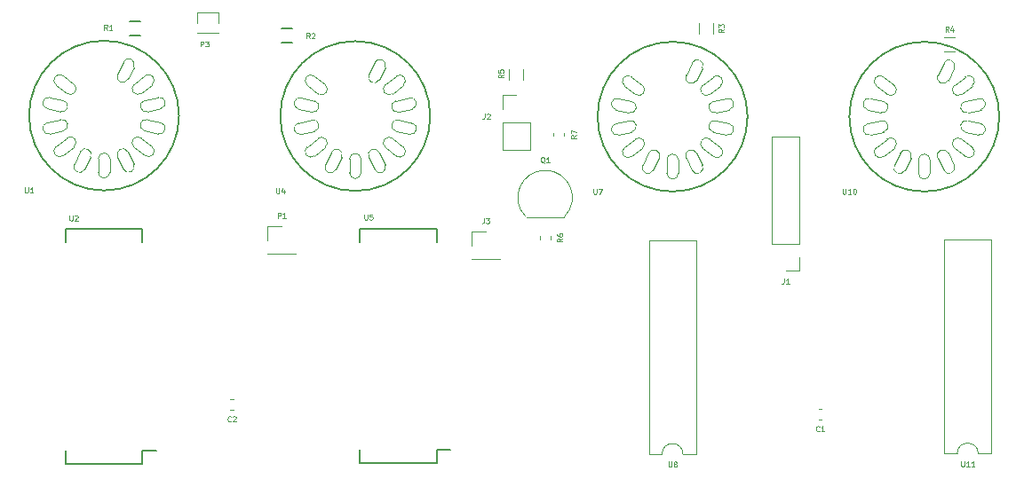
<source format=gto>
G04 #@! TF.GenerationSoftware,KiCad,Pcbnew,5.1.5*
G04 #@! TF.CreationDate,2020-03-31T14:32:58+02:00*
G04 #@! TF.ProjectId,nixie_2_digit_board,6e697869-655f-4325-9f64-696769745f62,rev?*
G04 #@! TF.SameCoordinates,Original*
G04 #@! TF.FileFunction,Legend,Top*
G04 #@! TF.FilePolarity,Positive*
%FSLAX46Y46*%
G04 Gerber Fmt 4.6, Leading zero omitted, Abs format (unit mm)*
G04 Created by KiCad (PCBNEW 5.1.5) date 2020-03-31 14:32:58*
%MOMM*%
%LPD*%
G04 APERTURE LIST*
%ADD10C,0.150000*%
%ADD11C,0.120000*%
%ADD12C,0.100000*%
%ADD13C,0.125000*%
G04 APERTURE END LIST*
D10*
X154065000Y-108075000D02*
X154065000Y-106805000D01*
X146715000Y-108075000D02*
X146715000Y-106805000D01*
X146715000Y-85705000D02*
X146715000Y-86975000D01*
X154065000Y-85705000D02*
X154065000Y-86975000D01*
X154065000Y-108075000D02*
X146715000Y-108075000D01*
X154065000Y-85705000D02*
X146715000Y-85705000D01*
X154065000Y-106805000D02*
X155350000Y-106805000D01*
X140250000Y-67925000D02*
X139250000Y-67925000D01*
X139250000Y-66575000D02*
X140250000Y-66575000D01*
X153397500Y-74939664D02*
G75*
G03X153397500Y-74939664I-7147500J0D01*
G01*
D11*
X160280000Y-78140000D02*
X162940000Y-78140000D01*
X160280000Y-75540000D02*
X160280000Y-78140000D01*
X162940000Y-75540000D02*
X162940000Y-78140000D01*
X160280000Y-75540000D02*
X162940000Y-75540000D01*
X160280000Y-74270000D02*
X160280000Y-72940000D01*
X160280000Y-72940000D02*
X161610000Y-72940000D01*
D10*
X129447500Y-74900000D02*
G75*
G03X129447500Y-74900000I-7147500J0D01*
G01*
X124750000Y-65875000D02*
X125750000Y-65875000D01*
X125750000Y-67225000D02*
X124750000Y-67225000D01*
X125965000Y-108115000D02*
X125965000Y-106845000D01*
X118615000Y-108115000D02*
X118615000Y-106845000D01*
X118615000Y-85745000D02*
X118615000Y-87015000D01*
X125965000Y-85745000D02*
X125965000Y-87015000D01*
X125965000Y-108115000D02*
X118615000Y-108115000D01*
X125965000Y-85745000D02*
X118615000Y-85745000D01*
X125965000Y-106845000D02*
X127250000Y-106845000D01*
D12*
X133220000Y-65030000D02*
X133220000Y-66030000D01*
X131220000Y-66030000D02*
X131220000Y-65030000D01*
X131220000Y-65030000D02*
X133220000Y-65030000D01*
X131220000Y-67030000D02*
X133220000Y-67030000D01*
D11*
X179040000Y-67070000D02*
X179040000Y-66070000D01*
X180400000Y-66070000D02*
X180400000Y-67070000D01*
X203400000Y-68780000D02*
X202400000Y-68780000D01*
X202400000Y-67420000D02*
X203400000Y-67420000D01*
D10*
X183647500Y-75000000D02*
G75*
G03X183647500Y-75000000I-7147500J0D01*
G01*
D11*
X175490000Y-107210000D02*
G75*
G02X177490000Y-107210000I1000000J0D01*
G01*
X177490000Y-107210000D02*
X178740000Y-107210000D01*
X178740000Y-107210000D02*
X178740000Y-86770000D01*
X178740000Y-86770000D02*
X174240000Y-86770000D01*
X174240000Y-86770000D02*
X174240000Y-107210000D01*
X174240000Y-107210000D02*
X175490000Y-107210000D01*
D10*
X207647500Y-75000000D02*
G75*
G03X207647500Y-75000000I-7147500J0D01*
G01*
D11*
X203640000Y-107160000D02*
G75*
G02X205640000Y-107160000I1000000J0D01*
G01*
X205640000Y-107160000D02*
X206890000Y-107160000D01*
X206890000Y-107160000D02*
X206890000Y-86720000D01*
X206890000Y-86720000D02*
X202390000Y-86720000D01*
X202390000Y-86720000D02*
X202390000Y-107160000D01*
X202390000Y-107160000D02*
X203640000Y-107160000D01*
X137910000Y-88100000D02*
X140570000Y-88100000D01*
X137910000Y-88040000D02*
X137910000Y-88100000D01*
X140570000Y-88040000D02*
X140570000Y-88100000D01*
X137910000Y-88040000D02*
X140570000Y-88040000D01*
X137910000Y-86770000D02*
X137910000Y-85440000D01*
X137910000Y-85440000D02*
X139240000Y-85440000D01*
X188610000Y-76910000D02*
X185950000Y-76910000D01*
X188610000Y-87130000D02*
X188610000Y-76910000D01*
X185950000Y-87130000D02*
X185950000Y-76910000D01*
X188610000Y-87130000D02*
X185950000Y-87130000D01*
X188610000Y-88400000D02*
X188610000Y-89730000D01*
X188610000Y-89730000D02*
X187280000Y-89730000D01*
X160920000Y-71500000D02*
X160920000Y-70500000D01*
X162280000Y-70500000D02*
X162280000Y-71500000D01*
X190735279Y-103880000D02*
X190409721Y-103880000D01*
X190735279Y-102860000D02*
X190409721Y-102860000D01*
X134632779Y-101930000D02*
X134307221Y-101930000D01*
X134632779Y-102950000D02*
X134307221Y-102950000D01*
X157360000Y-88610000D02*
X160020000Y-88610000D01*
X157360000Y-88550000D02*
X157360000Y-88610000D01*
X160020000Y-88550000D02*
X160020000Y-88610000D01*
X157360000Y-88550000D02*
X160020000Y-88550000D01*
X157360000Y-87280000D02*
X157360000Y-85950000D01*
X157360000Y-85950000D02*
X158690000Y-85950000D01*
X162550000Y-84570000D02*
X166150000Y-84570000D01*
X162511522Y-84558478D02*
G75*
G02X164350000Y-80120000I1838478J1838478D01*
G01*
X166188478Y-84558478D02*
G75*
G03X164350000Y-80120000I-1838478J1838478D01*
G01*
X164850000Y-86377221D02*
X164850000Y-86702779D01*
X163830000Y-86377221D02*
X163830000Y-86702779D01*
X165130000Y-76527221D02*
X165130000Y-76852779D01*
X166150000Y-76527221D02*
X166150000Y-76852779D01*
D12*
X143375698Y-71943981D02*
X142359321Y-71133439D01*
X142689855Y-72803993D02*
X141673478Y-71993451D01*
X142359322Y-71133439D02*
G75*
G03X141673478Y-71993451I-342922J-430006D01*
G01*
X142689854Y-72803993D02*
G75*
G03X143375698Y-71943981I342922J430006D01*
G01*
X142360566Y-73487760D02*
X141093161Y-73198476D01*
X142115787Y-74560180D02*
X140848382Y-74270896D01*
X141093161Y-73198476D02*
G75*
G03X140848383Y-74270896I-122389J-536210D01*
G01*
X142115787Y-74560180D02*
G75*
G03X142360565Y-73487760I122389J536210D01*
G01*
X142115783Y-75319108D02*
X140848375Y-75608378D01*
X142360551Y-76391530D02*
X141093143Y-76680800D01*
X140848375Y-75608378D02*
G75*
G03X141093143Y-76680800I122384J-536211D01*
G01*
X142360551Y-76391530D02*
G75*
G03X142115783Y-75319108I-122384J536211D01*
G01*
X142689833Y-77075299D02*
X141673448Y-77885831D01*
X143375668Y-77935317D02*
X142359283Y-78745849D01*
X141673449Y-77885831D02*
G75*
G03X142359283Y-78745849I342917J-430009D01*
G01*
X143375667Y-77935317D02*
G75*
G03X142689833Y-77075299I-342917J430009D01*
G01*
X143969019Y-78408503D02*
X143404964Y-79579760D01*
X144960082Y-78885780D02*
X144396027Y-80057037D01*
X143404964Y-79579759D02*
G75*
G03X144396028Y-80057037I495532J-238639D01*
G01*
X144960082Y-78885781D02*
G75*
G03X143969018Y-78408503I-495532J238639D01*
G01*
X145699979Y-79054661D02*
X145699973Y-80354661D01*
X146799979Y-79054667D02*
X146799973Y-80354667D01*
X145699973Y-80354661D02*
G75*
G03X146799973Y-80354667I550000J-3D01*
G01*
X146799979Y-79054667D02*
G75*
G03X145699979Y-79054661I-550000J3D01*
G01*
X147539879Y-78885793D02*
X148103922Y-80057056D01*
X148530948Y-78408526D02*
X149094991Y-79579789D01*
X148103923Y-80057056D02*
G75*
G03X149094991Y-79579788I495534J238634D01*
G01*
X148530947Y-78408526D02*
G75*
G03X147539879Y-78885794I-495534J-238634D01*
G01*
X149124302Y-77935347D02*
X150140679Y-78745889D01*
X149810145Y-77075335D02*
X150826522Y-77885877D01*
X150140678Y-78745889D02*
G75*
G03X150826522Y-77885877I342922J430006D01*
G01*
X149810146Y-77075335D02*
G75*
G03X149124302Y-77935347I-342922J-430006D01*
G01*
X150139434Y-76391568D02*
X151406839Y-76680852D01*
X150384213Y-75319148D02*
X151651618Y-75608432D01*
X151406839Y-76680852D02*
G75*
G03X151651617Y-75608432I122389J536210D01*
G01*
X150384213Y-75319148D02*
G75*
G03X150139435Y-76391568I-122389J-536210D01*
G01*
X150384217Y-74560220D02*
X151651625Y-74270950D01*
X150139449Y-73487798D02*
X151406857Y-73198528D01*
X151651625Y-74270950D02*
G75*
G03X151406857Y-73198528I-122384J536211D01*
G01*
X150139449Y-73487798D02*
G75*
G03X150384217Y-74560220I122384J-536211D01*
G01*
X149810167Y-72804029D02*
X150826552Y-71993497D01*
X149124332Y-71944011D02*
X150140717Y-71133479D01*
X150826551Y-71993497D02*
G75*
G03X150140717Y-71133479I-342917J430009D01*
G01*
X149124333Y-71944011D02*
G75*
G03X149810167Y-72804029I342917J-430009D01*
G01*
X148530981Y-71470825D02*
X149095036Y-70299568D01*
X147539918Y-70993548D02*
X148103973Y-69822291D01*
X149095036Y-70299569D02*
G75*
G03X148103972Y-69822291I-495532J238639D01*
G01*
X147539918Y-70993547D02*
G75*
G03X148530982Y-71470825I495532J-238639D01*
G01*
X119425698Y-71904317D02*
X118409321Y-71093775D01*
X118739855Y-72764329D02*
X117723478Y-71953787D01*
X118409322Y-71093775D02*
G75*
G03X117723478Y-71953787I-342922J-430006D01*
G01*
X118739854Y-72764329D02*
G75*
G03X119425698Y-71904317I342922J430006D01*
G01*
X118410566Y-73448096D02*
X117143161Y-73158812D01*
X118165787Y-74520516D02*
X116898382Y-74231232D01*
X117143161Y-73158812D02*
G75*
G03X116898383Y-74231232I-122389J-536210D01*
G01*
X118165787Y-74520516D02*
G75*
G03X118410565Y-73448096I122389J536210D01*
G01*
X118165783Y-75279444D02*
X116898375Y-75568714D01*
X118410551Y-76351866D02*
X117143143Y-76641136D01*
X116898375Y-75568714D02*
G75*
G03X117143143Y-76641136I122384J-536211D01*
G01*
X118410551Y-76351866D02*
G75*
G03X118165783Y-75279444I-122384J536211D01*
G01*
X118739833Y-77035635D02*
X117723448Y-77846167D01*
X119425668Y-77895653D02*
X118409283Y-78706185D01*
X117723449Y-77846167D02*
G75*
G03X118409283Y-78706185I342917J-430009D01*
G01*
X119425667Y-77895653D02*
G75*
G03X118739833Y-77035635I-342917J430009D01*
G01*
X120019019Y-78368839D02*
X119454964Y-79540096D01*
X121010082Y-78846116D02*
X120446027Y-80017373D01*
X119454964Y-79540095D02*
G75*
G03X120446028Y-80017373I495532J-238639D01*
G01*
X121010082Y-78846117D02*
G75*
G03X120019018Y-78368839I-495532J238639D01*
G01*
X121749979Y-79014997D02*
X121749973Y-80314997D01*
X122849979Y-79015003D02*
X122849973Y-80315003D01*
X121749973Y-80314997D02*
G75*
G03X122849973Y-80315003I550000J-3D01*
G01*
X122849979Y-79015003D02*
G75*
G03X121749979Y-79014997I-550000J3D01*
G01*
X123589879Y-78846129D02*
X124153922Y-80017392D01*
X124580948Y-78368862D02*
X125144991Y-79540125D01*
X124153923Y-80017392D02*
G75*
G03X125144991Y-79540124I495534J238634D01*
G01*
X124580947Y-78368862D02*
G75*
G03X123589879Y-78846130I-495534J-238634D01*
G01*
X125174302Y-77895683D02*
X126190679Y-78706225D01*
X125860145Y-77035671D02*
X126876522Y-77846213D01*
X126190678Y-78706225D02*
G75*
G03X126876522Y-77846213I342922J430006D01*
G01*
X125860146Y-77035671D02*
G75*
G03X125174302Y-77895683I-342922J-430006D01*
G01*
X126189434Y-76351904D02*
X127456839Y-76641188D01*
X126434213Y-75279484D02*
X127701618Y-75568768D01*
X127456839Y-76641188D02*
G75*
G03X127701617Y-75568768I122389J536210D01*
G01*
X126434213Y-75279484D02*
G75*
G03X126189435Y-76351904I-122389J-536210D01*
G01*
X126434217Y-74520556D02*
X127701625Y-74231286D01*
X126189449Y-73448134D02*
X127456857Y-73158864D01*
X127701625Y-74231286D02*
G75*
G03X127456857Y-73158864I-122384J536211D01*
G01*
X126189449Y-73448134D02*
G75*
G03X126434217Y-74520556I122384J-536211D01*
G01*
X125860167Y-72764365D02*
X126876552Y-71953833D01*
X125174332Y-71904347D02*
X126190717Y-71093815D01*
X126876551Y-71953833D02*
G75*
G03X126190717Y-71093815I-342917J430009D01*
G01*
X125174333Y-71904347D02*
G75*
G03X125860167Y-72764365I342917J-430009D01*
G01*
X124580981Y-71431161D02*
X125145036Y-70259904D01*
X123589918Y-70953884D02*
X124153973Y-69782627D01*
X125145036Y-70259905D02*
G75*
G03X124153972Y-69782627I-495532J238639D01*
G01*
X123589918Y-70953883D02*
G75*
G03X124580982Y-71431161I495532J-238639D01*
G01*
X173625698Y-72004317D02*
X172609321Y-71193775D01*
X172939855Y-72864329D02*
X171923478Y-72053787D01*
X172609322Y-71193775D02*
G75*
G03X171923478Y-72053787I-342922J-430006D01*
G01*
X172939854Y-72864329D02*
G75*
G03X173625698Y-72004317I342922J430006D01*
G01*
X172610566Y-73548096D02*
X171343161Y-73258812D01*
X172365787Y-74620516D02*
X171098382Y-74331232D01*
X171343161Y-73258812D02*
G75*
G03X171098383Y-74331232I-122389J-536210D01*
G01*
X172365787Y-74620516D02*
G75*
G03X172610565Y-73548096I122389J536210D01*
G01*
X172365783Y-75379444D02*
X171098375Y-75668714D01*
X172610551Y-76451866D02*
X171343143Y-76741136D01*
X171098375Y-75668714D02*
G75*
G03X171343143Y-76741136I122384J-536211D01*
G01*
X172610551Y-76451866D02*
G75*
G03X172365783Y-75379444I-122384J536211D01*
G01*
X172939833Y-77135635D02*
X171923448Y-77946167D01*
X173625668Y-77995653D02*
X172609283Y-78806185D01*
X171923449Y-77946167D02*
G75*
G03X172609283Y-78806185I342917J-430009D01*
G01*
X173625667Y-77995653D02*
G75*
G03X172939833Y-77135635I-342917J430009D01*
G01*
X174219019Y-78468839D02*
X173654964Y-79640096D01*
X175210082Y-78946116D02*
X174646027Y-80117373D01*
X173654964Y-79640095D02*
G75*
G03X174646028Y-80117373I495532J-238639D01*
G01*
X175210082Y-78946117D02*
G75*
G03X174219018Y-78468839I-495532J238639D01*
G01*
X175949979Y-79114997D02*
X175949973Y-80414997D01*
X177049979Y-79115003D02*
X177049973Y-80415003D01*
X175949973Y-80414997D02*
G75*
G03X177049973Y-80415003I550000J-3D01*
G01*
X177049979Y-79115003D02*
G75*
G03X175949979Y-79114997I-550000J3D01*
G01*
X177789879Y-78946129D02*
X178353922Y-80117392D01*
X178780948Y-78468862D02*
X179344991Y-79640125D01*
X178353923Y-80117392D02*
G75*
G03X179344991Y-79640124I495534J238634D01*
G01*
X178780947Y-78468862D02*
G75*
G03X177789879Y-78946130I-495534J-238634D01*
G01*
X179374302Y-77995683D02*
X180390679Y-78806225D01*
X180060145Y-77135671D02*
X181076522Y-77946213D01*
X180390678Y-78806225D02*
G75*
G03X181076522Y-77946213I342922J430006D01*
G01*
X180060146Y-77135671D02*
G75*
G03X179374302Y-77995683I-342922J-430006D01*
G01*
X180389434Y-76451904D02*
X181656839Y-76741188D01*
X180634213Y-75379484D02*
X181901618Y-75668768D01*
X181656839Y-76741188D02*
G75*
G03X181901617Y-75668768I122389J536210D01*
G01*
X180634213Y-75379484D02*
G75*
G03X180389435Y-76451904I-122389J-536210D01*
G01*
X180634217Y-74620556D02*
X181901625Y-74331286D01*
X180389449Y-73548134D02*
X181656857Y-73258864D01*
X181901625Y-74331286D02*
G75*
G03X181656857Y-73258864I-122384J536211D01*
G01*
X180389449Y-73548134D02*
G75*
G03X180634217Y-74620556I122384J-536211D01*
G01*
X180060167Y-72864365D02*
X181076552Y-72053833D01*
X179374332Y-72004347D02*
X180390717Y-71193815D01*
X181076551Y-72053833D02*
G75*
G03X180390717Y-71193815I-342917J430009D01*
G01*
X179374333Y-72004347D02*
G75*
G03X180060167Y-72864365I342917J-430009D01*
G01*
X178780981Y-71531161D02*
X179345036Y-70359904D01*
X177789918Y-71053884D02*
X178353973Y-69882627D01*
X179345036Y-70359905D02*
G75*
G03X178353972Y-69882627I-495532J238639D01*
G01*
X177789918Y-71053883D02*
G75*
G03X178780982Y-71531161I495532J-238639D01*
G01*
X197625698Y-72004317D02*
X196609321Y-71193775D01*
X196939855Y-72864329D02*
X195923478Y-72053787D01*
X196609322Y-71193775D02*
G75*
G03X195923478Y-72053787I-342922J-430006D01*
G01*
X196939854Y-72864329D02*
G75*
G03X197625698Y-72004317I342922J430006D01*
G01*
X196610566Y-73548096D02*
X195343161Y-73258812D01*
X196365787Y-74620516D02*
X195098382Y-74331232D01*
X195343161Y-73258812D02*
G75*
G03X195098383Y-74331232I-122389J-536210D01*
G01*
X196365787Y-74620516D02*
G75*
G03X196610565Y-73548096I122389J536210D01*
G01*
X196365783Y-75379444D02*
X195098375Y-75668714D01*
X196610551Y-76451866D02*
X195343143Y-76741136D01*
X195098375Y-75668714D02*
G75*
G03X195343143Y-76741136I122384J-536211D01*
G01*
X196610551Y-76451866D02*
G75*
G03X196365783Y-75379444I-122384J536211D01*
G01*
X196939833Y-77135635D02*
X195923448Y-77946167D01*
X197625668Y-77995653D02*
X196609283Y-78806185D01*
X195923449Y-77946167D02*
G75*
G03X196609283Y-78806185I342917J-430009D01*
G01*
X197625667Y-77995653D02*
G75*
G03X196939833Y-77135635I-342917J430009D01*
G01*
X198219019Y-78468839D02*
X197654964Y-79640096D01*
X199210082Y-78946116D02*
X198646027Y-80117373D01*
X197654964Y-79640095D02*
G75*
G03X198646028Y-80117373I495532J-238639D01*
G01*
X199210082Y-78946117D02*
G75*
G03X198219018Y-78468839I-495532J238639D01*
G01*
X199949979Y-79114997D02*
X199949973Y-80414997D01*
X201049979Y-79115003D02*
X201049973Y-80415003D01*
X199949973Y-80414997D02*
G75*
G03X201049973Y-80415003I550000J-3D01*
G01*
X201049979Y-79115003D02*
G75*
G03X199949979Y-79114997I-550000J3D01*
G01*
X201789879Y-78946129D02*
X202353922Y-80117392D01*
X202780948Y-78468862D02*
X203344991Y-79640125D01*
X202353923Y-80117392D02*
G75*
G03X203344991Y-79640124I495534J238634D01*
G01*
X202780947Y-78468862D02*
G75*
G03X201789879Y-78946130I-495534J-238634D01*
G01*
X203374302Y-77995683D02*
X204390679Y-78806225D01*
X204060145Y-77135671D02*
X205076522Y-77946213D01*
X204390678Y-78806225D02*
G75*
G03X205076522Y-77946213I342922J430006D01*
G01*
X204060146Y-77135671D02*
G75*
G03X203374302Y-77995683I-342922J-430006D01*
G01*
X204389434Y-76451904D02*
X205656839Y-76741188D01*
X204634213Y-75379484D02*
X205901618Y-75668768D01*
X205656839Y-76741188D02*
G75*
G03X205901617Y-75668768I122389J536210D01*
G01*
X204634213Y-75379484D02*
G75*
G03X204389435Y-76451904I-122389J-536210D01*
G01*
X204634217Y-74620556D02*
X205901625Y-74331286D01*
X204389449Y-73548134D02*
X205656857Y-73258864D01*
X205901625Y-74331286D02*
G75*
G03X205656857Y-73258864I-122384J536211D01*
G01*
X204389449Y-73548134D02*
G75*
G03X204634217Y-74620556I122384J-536211D01*
G01*
X204060167Y-72864365D02*
X205076552Y-72053833D01*
X203374332Y-72004347D02*
X204390717Y-71193815D01*
X205076551Y-72053833D02*
G75*
G03X204390717Y-71193815I-342917J430009D01*
G01*
X203374333Y-72004347D02*
G75*
G03X204060167Y-72864365I342917J-430009D01*
G01*
X202780981Y-71531161D02*
X203345036Y-70359904D01*
X201789918Y-71053884D02*
X202353973Y-69882627D01*
X203345036Y-70359905D02*
G75*
G03X202353972Y-69882627I-495532J238639D01*
G01*
X201789918Y-71053883D02*
G75*
G03X202780982Y-71531161I495532J-238639D01*
G01*
D13*
X147119047Y-84326190D02*
X147119047Y-84730952D01*
X147142857Y-84778571D01*
X147166666Y-84802380D01*
X147214285Y-84826190D01*
X147309523Y-84826190D01*
X147357142Y-84802380D01*
X147380952Y-84778571D01*
X147404761Y-84730952D01*
X147404761Y-84326190D01*
X147880952Y-84326190D02*
X147642857Y-84326190D01*
X147619047Y-84564285D01*
X147642857Y-84540476D01*
X147690476Y-84516666D01*
X147809523Y-84516666D01*
X147857142Y-84540476D01*
X147880952Y-84564285D01*
X147904761Y-84611904D01*
X147904761Y-84730952D01*
X147880952Y-84778571D01*
X147857142Y-84802380D01*
X147809523Y-84826190D01*
X147690476Y-84826190D01*
X147642857Y-84802380D01*
X147619047Y-84778571D01*
X141916666Y-67526190D02*
X141750000Y-67288095D01*
X141630952Y-67526190D02*
X141630952Y-67026190D01*
X141821428Y-67026190D01*
X141869047Y-67050000D01*
X141892857Y-67073809D01*
X141916666Y-67121428D01*
X141916666Y-67192857D01*
X141892857Y-67240476D01*
X141869047Y-67264285D01*
X141821428Y-67288095D01*
X141630952Y-67288095D01*
X142107142Y-67073809D02*
X142130952Y-67050000D01*
X142178571Y-67026190D01*
X142297619Y-67026190D01*
X142345238Y-67050000D01*
X142369047Y-67073809D01*
X142392857Y-67121428D01*
X142392857Y-67169047D01*
X142369047Y-67240476D01*
X142083333Y-67526190D01*
X142392857Y-67526190D01*
X138721547Y-81813354D02*
X138721547Y-82218116D01*
X138745357Y-82265735D01*
X138769166Y-82289544D01*
X138816785Y-82313354D01*
X138912023Y-82313354D01*
X138959642Y-82289544D01*
X138983452Y-82265735D01*
X139007261Y-82218116D01*
X139007261Y-81813354D01*
X139459642Y-81980021D02*
X139459642Y-82313354D01*
X139340595Y-81789544D02*
X139221547Y-82146687D01*
X139531071Y-82146687D01*
X158583333Y-74726190D02*
X158583333Y-75083333D01*
X158559523Y-75154761D01*
X158511904Y-75202380D01*
X158440476Y-75226190D01*
X158392857Y-75226190D01*
X158797619Y-74773809D02*
X158821428Y-74750000D01*
X158869047Y-74726190D01*
X158988095Y-74726190D01*
X159035714Y-74750000D01*
X159059523Y-74773809D01*
X159083333Y-74821428D01*
X159083333Y-74869047D01*
X159059523Y-74940476D01*
X158773809Y-75226190D01*
X159083333Y-75226190D01*
X114771547Y-81773690D02*
X114771547Y-82178452D01*
X114795357Y-82226071D01*
X114819166Y-82249880D01*
X114866785Y-82273690D01*
X114962023Y-82273690D01*
X115009642Y-82249880D01*
X115033452Y-82226071D01*
X115057261Y-82178452D01*
X115057261Y-81773690D01*
X115557261Y-82273690D02*
X115271547Y-82273690D01*
X115414404Y-82273690D02*
X115414404Y-81773690D01*
X115366785Y-81845119D01*
X115319166Y-81892738D01*
X115271547Y-81916547D01*
X122616666Y-66726190D02*
X122450000Y-66488095D01*
X122330952Y-66726190D02*
X122330952Y-66226190D01*
X122521428Y-66226190D01*
X122569047Y-66250000D01*
X122592857Y-66273809D01*
X122616666Y-66321428D01*
X122616666Y-66392857D01*
X122592857Y-66440476D01*
X122569047Y-66464285D01*
X122521428Y-66488095D01*
X122330952Y-66488095D01*
X123092857Y-66726190D02*
X122807142Y-66726190D01*
X122950000Y-66726190D02*
X122950000Y-66226190D01*
X122902380Y-66297619D01*
X122854761Y-66345238D01*
X122807142Y-66369047D01*
X119019047Y-84426190D02*
X119019047Y-84830952D01*
X119042857Y-84878571D01*
X119066666Y-84902380D01*
X119114285Y-84926190D01*
X119209523Y-84926190D01*
X119257142Y-84902380D01*
X119280952Y-84878571D01*
X119304761Y-84830952D01*
X119304761Y-84426190D01*
X119519047Y-84473809D02*
X119542857Y-84450000D01*
X119590476Y-84426190D01*
X119709523Y-84426190D01*
X119757142Y-84450000D01*
X119780952Y-84473809D01*
X119804761Y-84521428D01*
X119804761Y-84569047D01*
X119780952Y-84640476D01*
X119495238Y-84926190D01*
X119804761Y-84926190D01*
X131510952Y-68306190D02*
X131510952Y-67806190D01*
X131701428Y-67806190D01*
X131749047Y-67830000D01*
X131772857Y-67853809D01*
X131796666Y-67901428D01*
X131796666Y-67972857D01*
X131772857Y-68020476D01*
X131749047Y-68044285D01*
X131701428Y-68068095D01*
X131510952Y-68068095D01*
X131963333Y-67806190D02*
X132272857Y-67806190D01*
X132106190Y-67996666D01*
X132177619Y-67996666D01*
X132225238Y-68020476D01*
X132249047Y-68044285D01*
X132272857Y-68091904D01*
X132272857Y-68210952D01*
X132249047Y-68258571D01*
X132225238Y-68282380D01*
X132177619Y-68306190D01*
X132034761Y-68306190D01*
X131987142Y-68282380D01*
X131963333Y-68258571D01*
X181396190Y-66653333D02*
X181158095Y-66820000D01*
X181396190Y-66939047D02*
X180896190Y-66939047D01*
X180896190Y-66748571D01*
X180920000Y-66700952D01*
X180943809Y-66677142D01*
X180991428Y-66653333D01*
X181062857Y-66653333D01*
X181110476Y-66677142D01*
X181134285Y-66700952D01*
X181158095Y-66748571D01*
X181158095Y-66939047D01*
X180896190Y-66486666D02*
X180896190Y-66177142D01*
X181086666Y-66343809D01*
X181086666Y-66272380D01*
X181110476Y-66224761D01*
X181134285Y-66200952D01*
X181181904Y-66177142D01*
X181300952Y-66177142D01*
X181348571Y-66200952D01*
X181372380Y-66224761D01*
X181396190Y-66272380D01*
X181396190Y-66415238D01*
X181372380Y-66462857D01*
X181348571Y-66486666D01*
X202816666Y-66876190D02*
X202650000Y-66638095D01*
X202530952Y-66876190D02*
X202530952Y-66376190D01*
X202721428Y-66376190D01*
X202769047Y-66400000D01*
X202792857Y-66423809D01*
X202816666Y-66471428D01*
X202816666Y-66542857D01*
X202792857Y-66590476D01*
X202769047Y-66614285D01*
X202721428Y-66638095D01*
X202530952Y-66638095D01*
X203245238Y-66542857D02*
X203245238Y-66876190D01*
X203126190Y-66352380D02*
X203007142Y-66709523D01*
X203316666Y-66709523D01*
X168971547Y-81873690D02*
X168971547Y-82278452D01*
X168995357Y-82326071D01*
X169019166Y-82349880D01*
X169066785Y-82373690D01*
X169162023Y-82373690D01*
X169209642Y-82349880D01*
X169233452Y-82326071D01*
X169257261Y-82278452D01*
X169257261Y-81873690D01*
X169447738Y-81873690D02*
X169781071Y-81873690D01*
X169566785Y-82373690D01*
X176109047Y-107936190D02*
X176109047Y-108340952D01*
X176132857Y-108388571D01*
X176156666Y-108412380D01*
X176204285Y-108436190D01*
X176299523Y-108436190D01*
X176347142Y-108412380D01*
X176370952Y-108388571D01*
X176394761Y-108340952D01*
X176394761Y-107936190D01*
X176704285Y-108150476D02*
X176656666Y-108126666D01*
X176632857Y-108102857D01*
X176609047Y-108055238D01*
X176609047Y-108031428D01*
X176632857Y-107983809D01*
X176656666Y-107960000D01*
X176704285Y-107936190D01*
X176799523Y-107936190D01*
X176847142Y-107960000D01*
X176870952Y-107983809D01*
X176894761Y-108031428D01*
X176894761Y-108055238D01*
X176870952Y-108102857D01*
X176847142Y-108126666D01*
X176799523Y-108150476D01*
X176704285Y-108150476D01*
X176656666Y-108174285D01*
X176632857Y-108198095D01*
X176609047Y-108245714D01*
X176609047Y-108340952D01*
X176632857Y-108388571D01*
X176656666Y-108412380D01*
X176704285Y-108436190D01*
X176799523Y-108436190D01*
X176847142Y-108412380D01*
X176870952Y-108388571D01*
X176894761Y-108340952D01*
X176894761Y-108245714D01*
X176870952Y-108198095D01*
X176847142Y-108174285D01*
X176799523Y-108150476D01*
X192733452Y-81873690D02*
X192733452Y-82278452D01*
X192757261Y-82326071D01*
X192781071Y-82349880D01*
X192828690Y-82373690D01*
X192923928Y-82373690D01*
X192971547Y-82349880D01*
X192995357Y-82326071D01*
X193019166Y-82278452D01*
X193019166Y-81873690D01*
X193519166Y-82373690D02*
X193233452Y-82373690D01*
X193376309Y-82373690D02*
X193376309Y-81873690D01*
X193328690Y-81945119D01*
X193281071Y-81992738D01*
X193233452Y-82016547D01*
X193828690Y-81873690D02*
X193876309Y-81873690D01*
X193923928Y-81897500D01*
X193947738Y-81921309D01*
X193971547Y-81968928D01*
X193995357Y-82064166D01*
X193995357Y-82183214D01*
X193971547Y-82278452D01*
X193947738Y-82326071D01*
X193923928Y-82349880D01*
X193876309Y-82373690D01*
X193828690Y-82373690D01*
X193781071Y-82349880D01*
X193757261Y-82326071D01*
X193733452Y-82278452D01*
X193709642Y-82183214D01*
X193709642Y-82064166D01*
X193733452Y-81968928D01*
X193757261Y-81921309D01*
X193781071Y-81897500D01*
X193828690Y-81873690D01*
X204020952Y-107886190D02*
X204020952Y-108290952D01*
X204044761Y-108338571D01*
X204068571Y-108362380D01*
X204116190Y-108386190D01*
X204211428Y-108386190D01*
X204259047Y-108362380D01*
X204282857Y-108338571D01*
X204306666Y-108290952D01*
X204306666Y-107886190D01*
X204806666Y-108386190D02*
X204520952Y-108386190D01*
X204663809Y-108386190D02*
X204663809Y-107886190D01*
X204616190Y-107957619D01*
X204568571Y-108005238D01*
X204520952Y-108029047D01*
X205282857Y-108386190D02*
X204997142Y-108386190D01*
X205140000Y-108386190D02*
X205140000Y-107886190D01*
X205092380Y-107957619D01*
X205044761Y-108005238D01*
X204997142Y-108029047D01*
X138870952Y-84666190D02*
X138870952Y-84166190D01*
X139061428Y-84166190D01*
X139109047Y-84190000D01*
X139132857Y-84213809D01*
X139156666Y-84261428D01*
X139156666Y-84332857D01*
X139132857Y-84380476D01*
X139109047Y-84404285D01*
X139061428Y-84428095D01*
X138870952Y-84428095D01*
X139632857Y-84666190D02*
X139347142Y-84666190D01*
X139490000Y-84666190D02*
X139490000Y-84166190D01*
X139442380Y-84237619D01*
X139394761Y-84285238D01*
X139347142Y-84309047D01*
X187113333Y-90456190D02*
X187113333Y-90813333D01*
X187089523Y-90884761D01*
X187041904Y-90932380D01*
X186970476Y-90956190D01*
X186922857Y-90956190D01*
X187613333Y-90956190D02*
X187327619Y-90956190D01*
X187470476Y-90956190D02*
X187470476Y-90456190D01*
X187422857Y-90527619D01*
X187375238Y-90575238D01*
X187327619Y-90599047D01*
X160376190Y-70983333D02*
X160138095Y-71150000D01*
X160376190Y-71269047D02*
X159876190Y-71269047D01*
X159876190Y-71078571D01*
X159900000Y-71030952D01*
X159923809Y-71007142D01*
X159971428Y-70983333D01*
X160042857Y-70983333D01*
X160090476Y-71007142D01*
X160114285Y-71030952D01*
X160138095Y-71078571D01*
X160138095Y-71269047D01*
X159876190Y-70530952D02*
X159876190Y-70769047D01*
X160114285Y-70792857D01*
X160090476Y-70769047D01*
X160066666Y-70721428D01*
X160066666Y-70602380D01*
X160090476Y-70554761D01*
X160114285Y-70530952D01*
X160161904Y-70507142D01*
X160280952Y-70507142D01*
X160328571Y-70530952D01*
X160352380Y-70554761D01*
X160376190Y-70602380D01*
X160376190Y-70721428D01*
X160352380Y-70769047D01*
X160328571Y-70792857D01*
X190489166Y-104978571D02*
X190465357Y-105002380D01*
X190393928Y-105026190D01*
X190346309Y-105026190D01*
X190274880Y-105002380D01*
X190227261Y-104954761D01*
X190203452Y-104907142D01*
X190179642Y-104811904D01*
X190179642Y-104740476D01*
X190203452Y-104645238D01*
X190227261Y-104597619D01*
X190274880Y-104550000D01*
X190346309Y-104526190D01*
X190393928Y-104526190D01*
X190465357Y-104550000D01*
X190489166Y-104573809D01*
X190965357Y-105026190D02*
X190679642Y-105026190D01*
X190822500Y-105026190D02*
X190822500Y-104526190D01*
X190774880Y-104597619D01*
X190727261Y-104645238D01*
X190679642Y-104669047D01*
X134386666Y-104048571D02*
X134362857Y-104072380D01*
X134291428Y-104096190D01*
X134243809Y-104096190D01*
X134172380Y-104072380D01*
X134124761Y-104024761D01*
X134100952Y-103977142D01*
X134077142Y-103881904D01*
X134077142Y-103810476D01*
X134100952Y-103715238D01*
X134124761Y-103667619D01*
X134172380Y-103620000D01*
X134243809Y-103596190D01*
X134291428Y-103596190D01*
X134362857Y-103620000D01*
X134386666Y-103643809D01*
X134577142Y-103643809D02*
X134600952Y-103620000D01*
X134648571Y-103596190D01*
X134767619Y-103596190D01*
X134815238Y-103620000D01*
X134839047Y-103643809D01*
X134862857Y-103691428D01*
X134862857Y-103739047D01*
X134839047Y-103810476D01*
X134553333Y-104096190D01*
X134862857Y-104096190D01*
X158523333Y-84676190D02*
X158523333Y-85033333D01*
X158499523Y-85104761D01*
X158451904Y-85152380D01*
X158380476Y-85176190D01*
X158332857Y-85176190D01*
X158713809Y-84676190D02*
X159023333Y-84676190D01*
X158856666Y-84866666D01*
X158928095Y-84866666D01*
X158975714Y-84890476D01*
X158999523Y-84914285D01*
X159023333Y-84961904D01*
X159023333Y-85080952D01*
X158999523Y-85128571D01*
X158975714Y-85152380D01*
X158928095Y-85176190D01*
X158785238Y-85176190D01*
X158737619Y-85152380D01*
X158713809Y-85128571D01*
X164302380Y-79433809D02*
X164254761Y-79410000D01*
X164207142Y-79362380D01*
X164135714Y-79290952D01*
X164088095Y-79267142D01*
X164040476Y-79267142D01*
X164064285Y-79386190D02*
X164016666Y-79362380D01*
X163969047Y-79314761D01*
X163945238Y-79219523D01*
X163945238Y-79052857D01*
X163969047Y-78957619D01*
X164016666Y-78910000D01*
X164064285Y-78886190D01*
X164159523Y-78886190D01*
X164207142Y-78910000D01*
X164254761Y-78957619D01*
X164278571Y-79052857D01*
X164278571Y-79219523D01*
X164254761Y-79314761D01*
X164207142Y-79362380D01*
X164159523Y-79386190D01*
X164064285Y-79386190D01*
X164754761Y-79386190D02*
X164469047Y-79386190D01*
X164611904Y-79386190D02*
X164611904Y-78886190D01*
X164564285Y-78957619D01*
X164516666Y-79005238D01*
X164469047Y-79029047D01*
X165996190Y-86623333D02*
X165758095Y-86790000D01*
X165996190Y-86909047D02*
X165496190Y-86909047D01*
X165496190Y-86718571D01*
X165520000Y-86670952D01*
X165543809Y-86647142D01*
X165591428Y-86623333D01*
X165662857Y-86623333D01*
X165710476Y-86647142D01*
X165734285Y-86670952D01*
X165758095Y-86718571D01*
X165758095Y-86909047D01*
X165496190Y-86194761D02*
X165496190Y-86290000D01*
X165520000Y-86337619D01*
X165543809Y-86361428D01*
X165615238Y-86409047D01*
X165710476Y-86432857D01*
X165900952Y-86432857D01*
X165948571Y-86409047D01*
X165972380Y-86385238D01*
X165996190Y-86337619D01*
X165996190Y-86242380D01*
X165972380Y-86194761D01*
X165948571Y-86170952D01*
X165900952Y-86147142D01*
X165781904Y-86147142D01*
X165734285Y-86170952D01*
X165710476Y-86194761D01*
X165686666Y-86242380D01*
X165686666Y-86337619D01*
X165710476Y-86385238D01*
X165734285Y-86409047D01*
X165781904Y-86432857D01*
X167296190Y-76773333D02*
X167058095Y-76940000D01*
X167296190Y-77059047D02*
X166796190Y-77059047D01*
X166796190Y-76868571D01*
X166820000Y-76820952D01*
X166843809Y-76797142D01*
X166891428Y-76773333D01*
X166962857Y-76773333D01*
X167010476Y-76797142D01*
X167034285Y-76820952D01*
X167058095Y-76868571D01*
X167058095Y-77059047D01*
X166796190Y-76606666D02*
X166796190Y-76273333D01*
X167296190Y-76487619D01*
M02*

</source>
